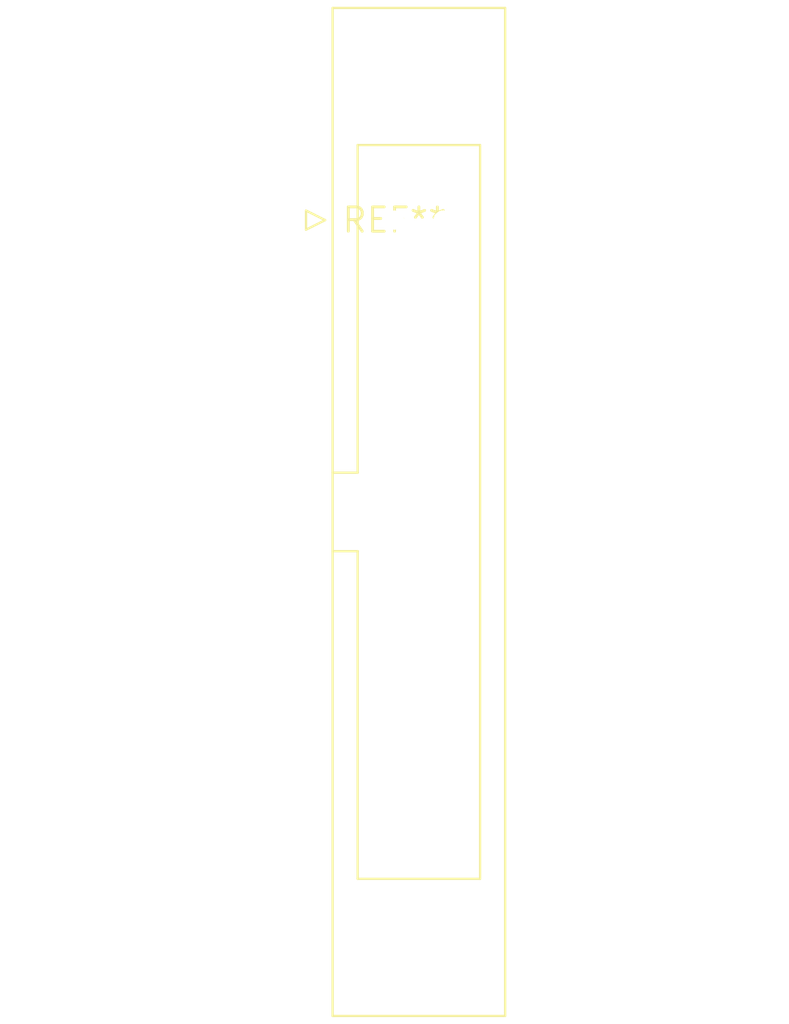
<source format=kicad_pcb>
(kicad_pcb (version 20240108) (generator pcbnew)
  (layers (0 "F.Cu" signal) (31 "B.Cu" signal) (34 "B.Paste" user) (35 "F.Paste" user) (36 "B.SilkS" user "B.Silkscreen") (37 "F.SilkS" user "F.Silkscreen") (38 "B.Mask" user) (39 "F.Mask" user) (44 "Edge.Cuts" user))
  (net 0 "")
  (footprint "IDC-Header_2x13_P2.54mm_Latch_Vertical" (layer "F.Cu") (at 0 0)
    (property "Reference" "REF**")
    (property "Value" "IDC-Header_2x13_P2.54mm_Latch_Vertical")
    (fp_line (start -4.63 -0.5) (end -4.63 0.5) (layer "F.SilkS") (stroke (width 0.12)))
    (fp_line (start -4.63 0.5) (end -3.63 0) (layer "F.SilkS") (stroke (width 0.12)))
    (fp_line (start -3.63 0) (end -4.63 -0.5) (layer "F.SilkS") (stroke (width 0.12)))
    (fp_line (start -3.24 -11.08) (end 5.78 -11.08) (layer "F.SilkS") (stroke (width 0.12)))
    (fp_line (start -3.24 13.19) (end -1.93 13.19) (layer "F.SilkS") (stroke (width 0.12)))
    (fp_line (start -3.24 41.56) (end -3.24 -11.08) (layer "F.SilkS") (stroke (width 0.12)))
    (fp_line (start -1.93 -3.92) (end 4.47 -3.92) (layer "F.SilkS") (stroke (width 0.12)))
    (fp_line (start -1.93 13.19) (end -1.93 -3.92) (layer "F.SilkS") (stroke (width 0.12)))
    (fp_line (start -1.93 17.29) (end -3.24 17.29) (layer "F.SilkS") (stroke (width 0.12)))
    (fp_line (start -1.93 17.29) (end -1.93 17.29) (layer "F.SilkS") (stroke (width 0.12)))
    (fp_line (start -1.93 34.4) (end -1.93 17.29) (layer "F.SilkS") (stroke (width 0.12)))
    (fp_line (start 4.47 -3.92) (end 4.47 34.4) (layer "F.SilkS") (stroke (width 0.12)))
    (fp_line (start 4.47 34.4) (end -1.93 34.4) (layer "F.SilkS") (stroke (width 0.12)))
    (fp_line (start 5.78 -11.08) (end 5.78 41.56) (layer "F.SilkS") (stroke (width 0.12)))
    (fp_line (start 5.78 41.56) (end -3.24 41.56) (layer "F.SilkS") (stroke (width 0.12)))
    (pad "1" thru_hole roundrect (at 0 0) (size 1.7 1.7) (drill 1) (layers *.Cu *.Mask) (remove_unused_layers) (roundrect_rratio 0.147059))
    (pad "2" thru_hole circle (at 2.54 0) (size 1.7 1.7) (drill 1) (layers *.Cu *.Mask) (remove_unused_layers))
    (pad "3" thru_hole circle (at 0 2.54) (size 1.7 1.7) (drill 1) (layers *.Cu *.Mask) (remove_unused_layers))
    (pad "4" thru_hole circle (at 2.54 2.54) (size 1.7 1.7) (drill 1) (layers *.Cu *.Mask) (remove_unused_layers))
    (pad "5" thru_hole circle (at 0 5.08) (size 1.7 1.7) (drill 1) (layers *.Cu *.Mask) (remove_unused_layers))
    (pad "6" thru_hole circle (at 2.54 5.08) (size 1.7 1.7) (drill 1) (layers *.Cu *.Mask) (remove_unused_layers))
    (pad "7" thru_hole circle (at 0 7.62) (size 1.7 1.7) (drill 1) (layers *.Cu *.Mask) (remove_unused_layers))
    (pad "8" thru_hole circle (at 2.54 7.62) (size 1.7 1.7) (drill 1) (layers *.Cu *.Mask) (remove_unused_layers))
    (pad "9" thru_hole circle (at 0 10.16) (size 1.7 1.7) (drill 1) (layers *.Cu *.Mask) (remove_unused_layers))
    (pad "10" thru_hole circle (at 2.54 10.16) (size 1.7 1.7) (drill 1) (layers *.Cu *.Mask) (remove_unused_layers))
    (pad "11" thru_hole circle (at 0 12.7) (size 1.7 1.7) (drill 1) (layers *.Cu *.Mask) (remove_unused_layers))
    (pad "12" thru_hole circle (at 2.54 12.7) (size 1.7 1.7) (drill 1) (layers *.Cu *.Mask) (remove_unused_layers))
    (pad "13" thru_hole circle (at 0 15.24) (size 1.7 1.7) (drill 1) (layers *.Cu *.Mask) (remove_unused_layers))
    (pad "14" thru_hole circle (at 2.54 15.24) (size 1.7 1.7) (drill 1) (layers *.Cu *.Mask) (remove_unused_layers))
    (pad "15" thru_hole circle (at 0 17.78) (size 1.7 1.7) (drill 1) (layers *.Cu *.Mask) (remove_unused_layers))
    (pad "16" thru_hole circle (at 2.54 17.78) (size 1.7 1.7) (drill 1) (layers *.Cu *.Mask) (remove_unused_layers))
    (pad "17" thru_hole circle (at 0 20.32) (size 1.7 1.7) (drill 1) (layers *.Cu *.Mask) (remove_unused_layers))
    (pad "18" thru_hole circle (at 2.54 20.32) (size 1.7 1.7) (drill 1) (layers *.Cu *.Mask) (remove_unused_layers))
    (pad "19" thru_hole circle (at 0 22.86) (size 1.7 1.7) (drill 1) (layers *.Cu *.Mask) (remove_unused_layers))
    (pad "20" thru_hole circle (at 2.54 22.86) (size 1.7 1.7) (drill 1) (layers *.Cu *.Mask) (remove_unused_layers))
    (pad "21" thru_hole circle (at 0 25.4) (size 1.7 1.7) (drill 1) (layers *.Cu *.Mask) (remove_unused_layers))
    (pad "22" thru_hole circle (at 2.54 25.4) (size 1.7 1.7) (drill 1) (layers *.Cu *.Mask) (remove_unused_layers))
    (pad "23" thru_hole circle (at 0 27.94) (size 1.7 1.7) (drill 1) (layers *.Cu *.Mask) (remove_unused_layers))
    (pad "24" thru_hole circle (at 2.54 27.94) (size 1.7 1.7) (drill 1) (layers *.Cu *.Mask) (remove_unused_layers))
    (pad "25" thru_hole circle (at 0 30.48) (size 1.7 1.7) (drill 1) (layers *.Cu *.Mask) (remove_unused_layers))
    (pad "26" thru_hole circle (at 2.54 30.48) (size 1.7 1.7) (drill 1) (layers *.Cu *.Mask) (remove_unused_layers))
  )
)
</source>
